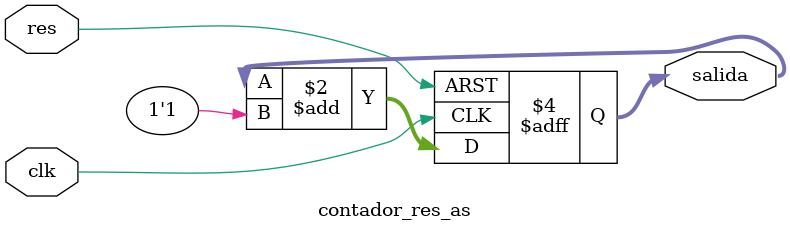
<source format=v>
module contador_res_as (
    input res,clk,
    output reg [7:0]salida = 8'b0
);

    always @(posedge clk, posedge res) begin
        if (res) begin
            salida<=8'b0;
        end
        else begin
            salida<=salida+1'b1;
        end
        
    end
endmodule
</source>
